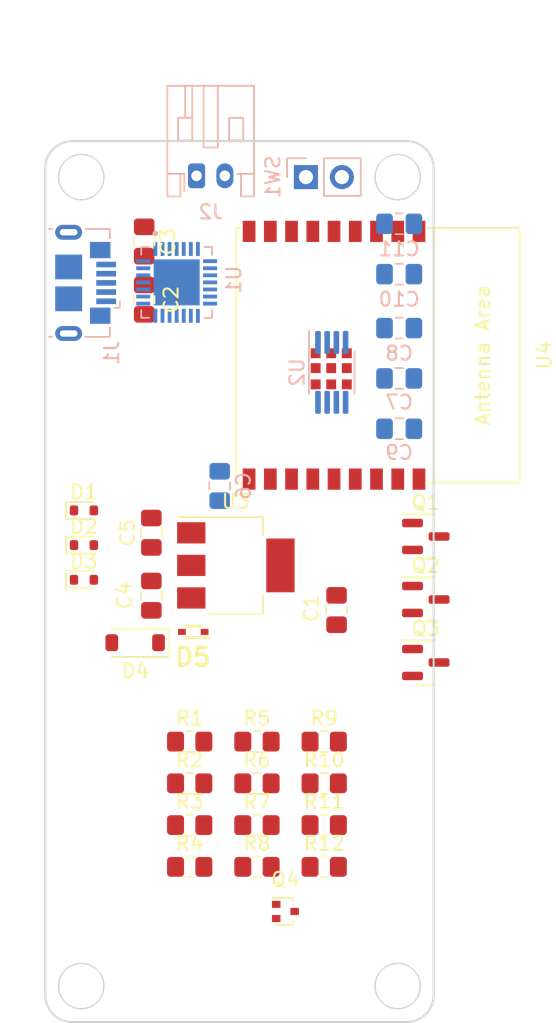
<source format=kicad_pcb>
(kicad_pcb (version 20221018) (generator pcbnew)
  (layers (0 "F.Cu" signal) (31 "B.Cu" signal) (34 "B.Paste" user) (35 "F.Paste" user) (36 "B.SilkS" user "B.Silkscreen") (37 "F.SilkS" user "F.Silkscreen") (38 "B.Mask" user) (39 "F.Mask" user) (44 "Edge.Cuts" user))
  (net 0 "")
  (net 1 "Net-(D1-A)")
  (net 2 "GND")
  (net 3 "Net-(U1-GPIO.1{slash}RXT)")
  (net 4 "Net-(U1-GPIO.0{slash}TXT)")
  (net 5 "VReg_In")
  (net 6 "Net-(U1-VDD)")
  (net 7 "+3V3")
  (net 8 "Net-(Q3-C)")
  (net 9 "Net-(D2-A)")
  (net 10 "Net-(D3-A)")
  (net 11 "+5V")
  (net 14 "VBatt")
  (net 15 "TempIC_Power")
  (net 16 "Net-(Q1-S)")
  (net 17 "Net-(Q2-B)")
  (net 18 "Net-(Q2-E)")
  (net 19 "Net-(Q2-C)")
  (net 20 "Net-(Q3-B)")
  (net 21 "Net-(Q3-E)")
  (net 22 "Net-(U1-~{RST})")
  (net 23 "Net-(U4-GPIO18{slash}USB_D-)")
  (net 24 "Net-(U4-GPIO19{slash}USB_D+)")
  (net 25 "Net-(U1-~{SUSPEND})")
  (net 26 "Net-(U4-GPIO8)")
  (net 45 "SDA")
  (net 46 "SCL")
  (footprint "Package_TO_SOT_SMD:SOT-23" (layer "F.Cu") (at 193.1185 93.98)
    (fp_text reference "Q3" (at 0 -2.4) (layer "F.SilkS"))
    (fp_text value "BC818")
    (fp_line (start 0 -1.56) (end -1.675 -1.56) (stroke (width 0.12)) (layer "F.SilkS"))
    (fp_line (start 0 -1.56) (end 0.65 -1.56) (stroke (width 0.12)) (layer "F.SilkS"))
    (fp_line (start 0 1.56) (end -0.65 1.56) (stroke (width 0.12)) (layer "F.SilkS"))
    (fp_line (start 0 1.56) (end 0.65 1.56) (stroke (width 0.12)) (layer "F.SilkS"))
    (pad "1" smd roundrect (at -0.9375 -0.95) (size 1.475 0.6) (layers "F.Cu" "F.Paste" "F.Mask") (net 20 "Net-(Q3-B)"))
    (pad "2" smd roundrect (at -0.9375 0.95) (size 1.475 0.6) (layers "F.Cu" "F.Paste" "F.Mask") (net 21 "Net-(Q3-E)"))
    (pad "3" smd roundrect (at 0.9375 0) (size 1.475 0.6) (layers "F.Cu" "F.Paste" "F.Mask") (net 8 "Net-(Q3-C)"))
  )
  (footprint "Resistor_SMD:R_0805_2012Metric_Pad1.20x1.40mm_HandSolder" (layer "F.Cu") (at 181.194 99.568)
    (fp_text reference "R5" (at 0 -1.65) (layer "F.SilkS"))
    (fp_text value "0")
    (fp_line (start -0.227064 -0.735) (end 0.227064 -0.735) (stroke (width 0.12)) (layer "F.SilkS"))
    (fp_line (start -0.227064 0.735) (end 0.227064 0.735) (stroke (width 0.12)) (layer "F.SilkS"))
    (pad "1" smd roundrect (at -1 0) (size 1.2 1.4) (layers "F.Cu" "F.Paste" "F.Mask") (roundrect_rratio 0.208333) (net 9 "Net-(D2-A)"))
    (pad "2" smd roundrect (at 1 0) (size 1.2 1.4) (layers "F.Cu" "F.Paste" "F.Mask") (roundrect_rratio 0.208333) (net 4 "Net-(U1-GPIO.0{slash}TXT)"))
  )
  (footprint "Resistor_SMD:R_0805_2012Metric_Pad1.20x1.40mm_HandSolder" (layer "F.Cu") (at 181.194 108.418)
    (fp_text reference "R8" (at 0 -1.65) (layer "F.SilkS"))
    (fp_text value "10k")
    (fp_line (start -0.227064 -0.735) (end 0.227064 -0.735) (stroke (width 0.12)) (layer "F.SilkS"))
    (fp_line (start -0.227064 0.735) (end 0.227064 0.735) (stroke (width 0.12)) (layer "F.SilkS"))
    (pad "1" smd roundrect (at -1 0) (size 1.2 1.4) (layers "F.Cu" "F.Paste" "F.Mask") (roundrect_rratio 0.208333) (net 17 "Net-(Q2-B)"))
    (pad "2" smd roundrect (at 1 0) (size 1.2 1.4) (layers "F.Cu" "F.Paste" "F.Mask") (roundrect_rratio 0.208333) (net 21 "Net-(Q3-E)"))
  )
  (footprint "Resistor_SMD:R_0805_2012Metric_Pad1.20x1.40mm_HandSolder" (layer "F.Cu") (at 185.944 102.518)
    (fp_text reference "R10" (at 0 -1.65) (layer "F.SilkS"))
    (fp_text value "5.1k")
    (fp_line (start -0.227064 -0.735) (end 0.227064 -0.735) (stroke (width 0.12)) (layer "F.SilkS"))
    (fp_line (start -0.227064 0.735) (end 0.227064 0.735) (stroke (width 0.12)) (layer "F.SilkS"))
    (pad "1" smd roundrect (at -1 0) (size 1.2 1.4) (layers "F.Cu" "F.Paste" "F.Mask") (roundrect_rratio 0.208333) (net 2 "GND"))
    (pad "2" smd roundrect (at 1 0) (size 1.2 1.4) (layers "F.Cu" "F.Paste" "F.Mask") (roundrect_rratio 0.208333) (net 11 "+5V"))
  )
  (footprint "Resistor_SMD:R_0805_2012Metric_Pad1.20x1.40mm_HandSolder" (layer "F.Cu") (at 181.194 105.468)
    (fp_text reference "R7" (at 0 -1.65) (layer "F.SilkS"))
    (fp_text value "10k")
    (fp_line (start -0.227064 -0.735) (end 0.227064 -0.735) (stroke (width 0.12)) (layer "F.SilkS"))
    (fp_line (start -0.227064 0.735) (end 0.227064 0.735) (stroke (width 0.12)) (layer "F.SilkS"))
    (pad "1" smd roundrect (at -1 0) (size 1.2 1.4) (layers "F.Cu" "F.Paste" "F.Mask") (roundrect_rratio 0.208333) (net 25 "Net-(U1-~{SUSPEND})"))
    (pad "2" smd roundrect (at 1 0) (size 1.2 1.4) (layers "F.Cu" "F.Paste" "F.Mask") (roundrect_rratio 0.208333) (net 2 "GND"))
  )
  (footprint "Resistor_SMD:R_0805_2012Metric_Pad1.20x1.40mm_HandSolder" (layer "F.Cu") (at 176.444 99.568)
    (fp_text reference "R1" (at 0 -1.65) (layer "F.SilkS"))
    (fp_text value "47.5k")
    (fp_line (start -0.227064 -0.735) (end 0.227064 -0.735) (stroke (width 0.12)) (layer "F.SilkS"))
    (fp_line (start -0.227064 0.735) (end 0.227064 0.735) (stroke (width 0.12)) (layer "F.SilkS"))
    (pad "1" smd roundrect (at -1 0) (size 1.2 1.4) (layers "F.Cu" "F.Paste" "F.Mask") (roundrect_rratio 0.208333) (net 1 "Net-(D1-A)"))
    (pad "2" smd roundrect (at 1 0) (size 1.2 1.4) (layers "F.Cu" "F.Paste" "F.Mask") (roundrect_rratio 0.208333) (net 2 "GND"))
  )
  (footprint "Resistor_SMD:R_0805_2012Metric_Pad1.20x1.40mm_HandSolder" (layer "F.Cu") (at 185.944 108.418)
    (fp_text reference "R12" (at 0 -1.65) (layer "F.SilkS"))
    (fp_text value "10k")
    (fp_line (start -0.227064 -0.735) (end 0.227064 -0.735) (stroke (width 0.12)) (layer "F.SilkS"))
    (fp_line (start -0.227064 0.735) (end 0.227064 0.735) (stroke (width 0.12)) (layer "F.SilkS"))
    (pad "1" smd roundrect (at -1 0) (size 1.2 1.4) (layers "F.Cu" "F.Paste" "F.Mask") (roundrect_rratio 0.208333) (net 26 "Net-(U4-GPIO8)"))
    (pad "2" smd roundrect (at 1 0) (size 1.2 1.4) (layers "F.Cu" "F.Paste" "F.Mask") (roundrect_rratio 0.208333) (net 7 "+3V3"))
  )
  (footprint "Package_TO_SOT_SMD:SOT-416" (layer "F.Cu") (at 183.204 111.568)
    (fp_text reference "Q4" (at 0 -2.25) (layer "F.SilkS"))
    (fp_text value "NTA4151PT1G")
    (fp_line (start 0.51 -0.96) (end -0.9 -0.96) (stroke (width 0.12)) (layer "F.SilkS"))
    (fp_line (start 0.51 -0.96) (end 0.51 -0.65) (stroke (width 0.12)) (layer "F.SilkS"))
    (fp_line (start 0.51 0.96) (end -0.65 0.96) (stroke (width 0.12)) (layer "F.SilkS"))
    (fp_line (start 0.51 0.96) (end 0.51 0.65) (stroke (width 0.12)) (layer "F.SilkS"))
    (pad "1" smd rect (at -0.65 -0.5) (size 0.6 0.5) (layers "F.Cu" "F.Paste" "F.Mask") (net 11 "+5V"))
    (pad "2" smd rect (at -0.65 0.5) (size 0.6 0.5) (layers "F.Cu" "F.Paste" "F.Mask") (net 5 "VReg_In"))
    (pad "3" smd rect (at 0.65 0) (size 0.6 0.5) (layers "F.Cu" "F.Paste" "F.Mask") (net 14 "VBatt"))
  )
  (footprint "Resistor_SMD:R_0805_2012Metric_Pad1.20x1.40mm_HandSolder" (layer "F.Cu") (at 176.444 108.418)
    (fp_text reference "R4" (at 0 -1.65) (layer "F.SilkS"))
    (fp_text value "0")
    (fp_line (start -0.227064 -0.735) (end 0.227064 -0.735) (stroke (width 0.12)) (layer "F.SilkS"))
    (fp_line (start -0.227064 0.735) (end 0.227064 0.735) (stroke (width 0.12)) (layer "F.SilkS"))
    (pad "1" smd roundrect (at -1 0) (size 1.2 1.4) (layers "F.Cu" "F.Paste" "F.Mask") (roundrect_rratio 0.208333) (net 10 "Net-(D3-A)"))
    (pad "2" smd roundrect (at 1 0) (size 1.2 1.4) (layers "F.Cu" "F.Paste" "F.Mask") (roundrect_rratio 0.208333) (net 3 "Net-(U1-GPIO.1{slash}RXT)"))
  )
  (footprint "Capacitor_SMD:C_0805_2012Metric_Pad1.18x1.45mm_HandSolder" (layer "F.Cu") (at 186.817 90.2755 90)
    (fp_text reference "C1" (at 0.1055 -1.778 90) (layer "F.SilkS"))
    (fp_text value "1 uF")
    (fp_line (start -0.261252 -0.735) (end 0.261252 -0.735) (stroke (width 0.12)) (layer "F.SilkS"))
    (fp_line (start -0.261252 0.735) (end 0.261252 0.735) (stroke (width 0.12)) (layer "F.SilkS"))
    (pad "1" smd roundrect (at -1.0375 0 90) (size 1.175 1.45) (layers "F.Cu" "F.Paste" "F.Mask") (roundrect_rratio 0.212766) (net 1 "Net-(D1-A)"))
    (pad "2" smd roundrect (at 1.0375 0 90) (size 1.175 1.45) (layers "F.Cu" "F.Paste" "F.Mask") (roundrect_rratio 0.212766) (net 2 "GND"))
  )
  (footprint "Capacitor_SMD:C_0805_2012Metric_Pad1.18x1.45mm_HandSolder" (layer "F.Cu") (at 173.228 68.3475 90)
    (fp_text reference "C2" (at 0 1.905 90) (layer "F.SilkS"))
    (fp_text value "22 pF")
    (fp_line (start -0.261252 -0.735) (end 0.261252 -0.735) (stroke (width 0.12)) (layer "F.SilkS"))
    (fp_line (start -0.261252 0.735) (end 0.261252 0.735) (stroke (width 0.12)) (layer "F.SilkS"))
    (pad "1" smd roundrect (at -1.0375 0 90) (size 1.175 1.45) (layers "F.Cu" "F.Paste" "F.Mask") (roundrect_rratio 0.212766) (net 3 "Net-(U1-GPIO.1{slash}RXT)"))
    (pad "2" smd roundrect (at 1.0375 0 90) (size 1.175 1.45) (layers "F.Cu" "F.Paste" "F.Mask") (roundrect_rratio 0.212766) (net 2 "GND"))
  )
  (footprint "Resistor_SMD:R_0805_2012Metric_Pad1.20x1.40mm_HandSolder" (layer "F.Cu") (at 176.444 102.518)
    (fp_text reference "R2" (at 0 -1.65) (layer "F.SilkS"))
    (fp_text value "1k")
    (fp_line (start -0.227064 -0.735) (end 0.227064 -0.735) (stroke (width 0.12)) (layer "F.SilkS"))
    (fp_line (start -0.227064 0.735) (end 0.227064 0.735) (stroke (width 0.12)) (layer "F.SilkS"))
    (pad "1" smd roundrect (at -1 0) (size 1.2 1.4) (layers "F.Cu" "F.Paste" "F.Mask") (roundrect_rratio 0.208333) (net 6 "Net-(U1-VDD)"))
    (pad "2" smd roundrect (at 1 0) (size 1.2 1.4) (layers "F.Cu" "F.Paste" "F.Mask") (roundrect_rratio 0.208333) (net 22 "Net-(U1-~{RST})"))
  )
  (footprint "Resistor_SMD:R_0805_2012Metric_Pad1.20x1.40mm_HandSolder" (layer "F.Cu") (at 185.944 105.468)
    (fp_text reference "R11" (at 0 -1.65) (layer "F.SilkS"))
    (fp_text value "10k")
    (fp_line (start -0.227064 -0.735) (end 0.227064 -0.735) (stroke (width 0.12)) (layer "F.SilkS"))
    (fp_line (start -0.227064 0.735) (end 0.227064 0.735) (stroke (width 0.12)) (layer "F.SilkS"))
    (pad "1" smd roundrect (at -1 0) (size 1.2 1.4) (layers "F.Cu" "F.Paste" "F.Mask") (roundrect_rratio 0.208333) (net 7 "+3V3"))
    (pad "2" smd roundrect (at 1 0) (size 1.2 1.4) (layers "F.Cu" "F.Paste" "F.Mask") (roundrect_rratio 0.208333) (net 8 "Net-(Q3-C)"))
  )
  (footprint "Resistor_SMD:R_0805_2012Metric_Pad1.20x1.40mm_HandSolder" (layer "F.Cu") (at 185.944 99.568)
    (fp_text reference "R9" (at 0 -1.65) (layer "F.SilkS"))
    (fp_text value "10k")
    (fp_line (start -0.227064 -0.735) (end 0.227064 -0.735) (stroke (width 0.12)) (layer "F.SilkS"))
    (fp_line (start -0.227064 0.735) (end 0.227064 0.735) (stroke (width 0.12)) (layer "F.SilkS"))
    (pad "1" smd roundrect (at -1 0) (size 1.2 1.4) (layers "F.Cu" "F.Paste" "F.Mask") (roundrect_rratio 0.208333) (net 18 "Net-(Q2-E)"))
    (pad "2" smd roundrect (at 1 0) (size 1.2 1.4) (layers "F.Cu" "F.Paste" "F.Mask") (roundrect_rratio 0.208333) (net 20 "Net-(Q3-B)"))
  )
  (footprint "Package_TO_SOT_SMD:SOT-23" (layer "F.Cu") (at 193.1185 85.08)
    (fp_text reference "Q1" (at 0 -2.4) (layer "F.SilkS"))
    (fp_text value "BS170F")
    (fp_line (start 0 -1.56) (end -1.675 -1.56) (stroke (width 0.12)) (layer "F.SilkS"))
    (fp_line (start 0 -1.56) (end 0.65 -1.56) (stroke (width 0.12)) (layer "F.SilkS"))
    (fp_line (start 0 1.56) (end -0.65 1.56) (stroke (width 0.12)) (layer "F.SilkS"))
    (fp_line (start 0 1.56) (end 0.65 1.56) (stroke (width 0.12)) (layer "F.SilkS"))
    (pad "1" smd roundrect (at -0.9375 -0.95) (size 1.475 0.6) (layers "F.Cu" "F.Paste" "F.Mask") (net 15 "TempIC_Power"))
    (pad "2" smd roundrect (at -0.9375 0.95) (size 1.475 0.6) (layers "F.Cu" "F.Paste" "F.Mask") (net 16 "Net-(Q1-S)"))
    (pad "3" smd roundrect (at 0.9375 0) (size 1.475 0.6) (layers "F.Cu" "F.Paste" "F.Mask") (net 7 "+3V3"))
  )
  (footprint "Diode_SMD:D_SOD-523" (layer "F.Cu") (at 168.972 85.688)
    (fp_text reference "D2" (at 0 -1.3) (layer "F.SilkS"))
    (fp_text value "1N914WT")
    (fp_line (start -1.26 -0.6) (end -1.26 0.6) (stroke (width 0.12)) (layer "F.SilkS"))
    (fp_line (start 0.7 -0.6) (end -1.26 -0.6) (stroke (width 0.12)) (layer "F.SilkS"))
    (fp_line (start 0.7 0.6) (end -1.26 0.6) (stroke (width 0.12)) (layer "F.SilkS"))
    (pad "1" smd roundrect (at -0.7 0 180) (size 0.6 0.7) (layers "F.Cu" "F.Paste" "F.Mask") (net 2 "GND"))
    (pad "2" smd roundrect (at 0.7 0 180) (size 0.6 0.7) (layers "F.Cu" "F.Paste" "F.Mask") (net 9 "Net-(D2-A)"))
  )
  (footprint "Resistor_SMD:R_0805_2012Metric_Pad1.20x1.40mm_HandSolder" (layer "F.Cu") (at 181.194 102.518)
    (fp_text reference "R6" (at 0 -1.65) (layer "F.SilkS"))
    (fp_text value "0")
    (fp_line (start -0.227064 -0.735) (end 0.227064 -0.735) (stroke (width 0.12)) (layer "F.SilkS"))
    (fp_line (start -0.227064 0.735) (end 0.227064 0.735) (stroke (width 0.12)) (layer "F.SilkS"))
    (pad "1" smd roundrect (at -1 0) (size 1.2 1.4) (layers "F.Cu" "F.Paste" "F.Mask") (roundrect_rratio 0.208333) (net 9 "Net-(D2-A)"))
    (pad "2" smd roundrect (at 1 0) (size 1.2 1.4) (layers "F.Cu" "F.Paste" "F.Mask") (roundrect_rratio 0.208333) (net 24 "Net-(U4-GPIO19{slash}USB_D+)"))
  )
  (footprint "Capacitor_SMD:C_0805_2012Metric_Pad1.18x1.45mm_HandSolder" (layer "F.Cu") (at 173.736 89.2595 -90)
    (fp_text reference "C4" (at 0 1.905 90) (layer "F.SilkS"))
    (fp_text value "10 uF")
    (fp_line (start -0.261252 -0.735) (end 0.261252 -0.735) (stroke (width 0.12)) (layer "F.SilkS"))
    (fp_line (start -0.261252 0.735) (end 0.261252 0.735) (stroke (width 0.12)) (layer "F.SilkS"))
    (pad "1" smd roundrect (at -1.0375 0 270) (size 1.175 1.45) (layers "F.Cu" "F.Paste" "F.Mask") (roundrect_rratio 0.212766) (net 5 "VReg_In"))
    (pad "2" smd roundrect (at 1.0375 0 270) (size 1.175 1.45) (layers "F.Cu" "F.Paste" "F.Mask") (roundrect_rratio 0.212766) (net 2 "GND"))
  )
  (footprint "Capacitor_SMD:C_0805_2012Metric_Pad1.18x1.45mm_HandSolder" (layer "F.Cu") (at 173.736 84.8145 90)
    (fp_text reference "C5" (at 0 -1.68 90) (layer "F.SilkS"))
    (fp_text value "0.1 uF")
    (fp_line (start -0.261252 -0.735) (end 0.261252 -0.735) (stroke (width 0.12)) (layer "F.SilkS"))
    (fp_line (start -0.261252 0.735) (end 0.261252 0.735) (stroke (width 0.12)) (layer "F.SilkS"))
    (pad "1" smd roundrect (at -1.0375 0 90) (size 1.175 1.45) (layers "F.Cu" "F.Paste" "F.Mask") (roundrect_rratio 0.212766) (net 5 "VReg_In"))
    (pad "2" smd roundrect (at 1.0375 0 90) (size 1.175 1.45) (layers "F.Cu" "F.Paste" "F.Mask") (roundrect_rratio 0.212766) (net 2 "GND"))
  )
  (footprint "Diode_SMD:D_SOD-523" (layer "F.Cu") (at 168.972 83.238)
    (fp_text reference "D1" (at 0 -1.3) (layer "F.SilkS"))
    (fp_text value "1N914WT")
    (fp_line (start -1.26 -0.6) (end -1.26 0.6) (stroke (width 0.12)) (layer "F.SilkS"))
    (fp_line (start 0.7 -0.6) (end -1.26 -0.6) (stroke (width 0.12)) (layer "F.SilkS"))
    (fp_line (start 0.7 0.6) (end -1.26 0.6) (stroke (width 0.12)) (layer "F.SilkS"))
    (pad "1" smd roundrect (at -0.7 0 180) (size 0.6 0.7) (layers "F.Cu" "F.Paste" "F.Mask") (net 2 "GND"))
    (pad "2" smd roundrect (at 0.7 0 180) (size 0.6 0.7) (layers "F.Cu" "F.Paste" "F.Mask") (net 1 "Net-(D1-A)"))
  )
  (footprint "espressif kicad-libraries main footprints-Espressif:ESP32-C3-WROOM-02" (layer "F.Cu") (at 186.738 72.276 -90)
    (fp_text reference "U4" (at 0 -14.75 90) (layer "F.SilkS"))
    (fp_text value "ESP32-C3-WROOM-02")
    (fp_text user "Antenna Area" (at 0 -10.4 90) (layer "F.SilkS"))
    (fp_line (start -9 -13) (end -9 -6.5) (stroke (width 0.12)) (layer "F.SilkS"))
    (fp_line (start -9 -13) (end 9 -13) (stroke (width 0.12)) (layer "F.SilkS"))
    (fp_line (start -9 7) (end -9 6.75) (stroke (width 0.12)) (layer "F.SilkS"))
    (fp_line (start 9 -13) (end 9 -6.5) (stroke (width 0.12)) (layer "F.SilkS"))
    (fp_line (start 9 -7) (end -8.95 -7) (stroke (width 0.12)) (layer "F.SilkS"))
    (fp_line (start 9 6.75) (end 9 7) (stroke (width 0.12)) (layer "F.SilkS"))
    (fp_line (start 9 7) (end -9 7) (stroke (width 0.12)) (layer "F.SilkS"))
    (pad "1" smd rect (at -8.75 -5.9 270) (size 1.5 0.9) (layers "F.Cu" "F.Paste" "F.Mask") (net 7 "+3V3"))
    (pad "2" smd rect (at -8.75 -4.4 270) (size 1.5 0.9) (layers "F.Cu" "F.Paste" "F.Mask") (net 8 "Net-(Q3-C)"))
    (pad "3" smd rect (at -8.75 -2.9 270) (size 1.5 0.9) (layers "F.Cu" "F.Paste" "F.Mask") (net 15 "TempIC_Power"))
    (pad "4" smd rect (at -8.75 -1.4 270) (size 1.5 0.9) (layers "F.Cu" "F.Paste" "F.Mask"))
    (pad "5" smd rect (at -8.75 0.1 270) (size 1.5 0.9) (layers "F.Cu" "F.Paste" "F.Mask"))
    (pad "6" smd rect (at -8.75 1.6 270) (size 1.5 0.9) (layers "F.Cu" "F.Paste" "F.Mask"))
    (pad "7" smd rect (at -8.75 3.1 270) (size 1.5 0.9) (layers "F.Cu" "F.Paste" "F.Mask") (net 26 "Net-(U4-GPIO8)"))
    (pad "8" smd rect (at -8.75 4.6 270) (size 1.5 0.9) (layers "F.Cu" "F.Paste" "F.Mask") (net 19 "Net-(Q2-C)"))
    (pad "9" smd rect (at -8.75 6.1 270) (size 1.5 0.9) (layers "F.Cu" "F.Paste" "F.Mask") (net 2 "GND"))
    (pad "10" smd rect (at 8.75 6.1 90) (size 1.5 0.9) (layers "F.Cu" "F.Paste" "F.Mask"))
    (pad "11" smd rect (at 8.75 4.6 90) (size 1.5 0.9) (layers "F.Cu" "F.Paste" "F.Mask"))
    (pad "12" smd rect (at 8.75 3.1 90) (size 1.5 0.9) (layers "F.Cu" "F.Paste" "F.Mask"))
    (pad "13" smd rect (at 8.75 1.6 90) (size 1.5 0.9) (layers "F.Cu" "F.Paste" "F.Mask") (net 23 "Net-(U4-GPIO18{slash}USB_D-)"))
    (pad "14" smd rect (at 8.75 0.1 90) (size 1.5 0.9) (layers "F.Cu" "F.Paste" "F.Mask") (net 24 "Net-(U4-GPIO19{slash}USB_D+)"))
    (pad "15" smd rect (at 8.75 -1.4 90) (size 1.5 0.9) (layers "F.Cu" "F.Paste" "F.Mask") (net 46 "SCL"))
    (pad "16" smd rect (at 8.75 -2.9 90) (size 1.5 0.9) (layers "F.Cu" "F.Paste" "F.Mask") (net 45 "SDA"))
    (pad "17" smd rect (at 8.75 -4.4 90) (size 1.5 0.9) (layers "F.Cu" "F.Paste" "F.Mask"))
    (pad "18" smd rect (at 8.75 -5.9 90) (size 1.5 0.9) (layers "F.Cu" "F.Paste" "F.Mask"))
    (pad "19" smd rect (at -0.14 -0.8 90) (size 0.7 0.7) (layers "F.Cu" "F.Paste" "F.Mask") (net 2 "GND"))
    (pad "19" smd rect (at -0.14 0.3 90) (size 0.7 0.7) (layers "F.Cu" "F.Paste" "F.Mask") (net 2 "GND"))
    (pad "19" smd rect (at -0.14 1.4 90) (size 0.7 0.7) (layers "F.Cu" "F.Paste" "F.Mask") (net 2 "GND"))
    (pad "19" smd rect (at 0.91 -0.8 90) (size 0.7 0.7) (layers "F.Cu" "F.Paste" "F.Mask") (net 2 "GND"))
    (pad "19" smd rect (at 0.91 0.3 90) (size 0.7 0.7) (layers "F.Cu" "F.Paste" "F.Mask") (net 2 "GND"))
    (pad "19" smd rect (at 0.91 1.4 90) (size 0.7 0.7) (layers "F.Cu" "F.Paste" "F.Mask") (net 2 "GND"))
    (pad "19" smd rect (at 2.06 -0.8 90) (size 0.7 0.7) (layers "F.Cu" "F.Paste" "F.Mask") (net 2 "GND"))
    (pad "19" smd rect (at 2.06 0.3 90) (size 0.7 0.7) (layers "F.Cu" "F.Paste" "F.Mask") (net 2 "GND"))
    (pad "19" smd rect (at 2.06 1.4 90) (size 0.7 0.7) (layers "F.Cu" "F.Paste" "F.Mask") (net 2 "GND"))
  )
  (footprint "Diode_SMD:D_SOD-123" (layer "F.Cu") (at 172.592 92.583 180)
    (fp_text reference "D4" (at 0 -2) (layer "F.SilkS"))
    (fp_text value "MBR0540")
    (fp_line (start -2.36 -1) (end -2.36 1) (stroke (width 0.12)) (layer "F.SilkS"))
    (fp_line (start -2.36 -1) (end 1.65 -1) (stroke (width 0.12)) (layer "F.SilkS"))
    (fp_line (start -2.36 1) (end 1.65 1) (stroke (width 0.12)) (layer "F.SilkS"))
    (pad "1" smd roundrect (at -1.65 0 180) (size 0.9 1.2) (layers "F.Cu" "F.Paste" "F.Mask") (net 11 "+5V"))
    (pad "2" smd roundrect (at 1.65 0 180) (size 0.9 1.2) (layers "F.Cu" "F.Paste" "F.Mask") (net 1 "Net-(D1-A)"))
  )
  (footprint "KiCad:SODFL1608X59N" (layer "F.Cu") (at 176.695 91.821 180)
    (fp_text reference "D5" (at 0.038 -1.778) (layer "F.SilkS") (effects (font (size 1.27 1.27) (thickness 0.254))))
    (fp_text value "BAS_52-02V_H6327" hide)
    (fp_line (start -1.075 -0.4) (end 0.6 -0.4) (stroke (width 0.2)) (layer "F.SilkS"))
    (fp_line (start -0.6 0.4) (end 0.6 0.4) (stroke (width 0.2)) (layer "F.SilkS"))
    (pad "1" smd rect (at -0.8 0 270) (size 0.42 0.55) (layers "F.Cu" "F.Paste" "F.Mask") (net 5 "VReg_In"))
    (pad "2" smd rect (at 0.8 0 270) (size 0.42 0.55) (layers "F.Cu" "F.Paste" "F.Mask") (net 11 "+5V"))
  )
  (footprint "Diode_SMD:D_SOD-523" (layer "F.Cu") (at 168.972 88.138)
    (fp_text reference "D3" (at 0 -1.3) (layer "F.SilkS"))
    (fp_text value "1N914WT")
    (fp_line (start -1.26 -0.6) (end -1.26 0.6) (stroke (width 0.12)) (layer "F.SilkS"))
    (fp_line (start 0.7 -0.6) (end -1.26 -0.6) (stroke (width 0.12)) (layer "F.SilkS"))
    (fp_line (start 0.7 0.6) (end -1.26 0.6) (stroke (width 0.12)) (layer "F.SilkS"))
    (pad "1" smd roundrect (at -0.7 0 180) (size 0.6 0.7) (layers "F.Cu" "F.Paste" "F.Mask") (net 2 "GND"))
    (pad "2" smd roundrect (at 0.7 0 180) (size 0.6 0.7) (layers "F.Cu" "F.Paste" "F.Mask") (net 10 "Net-(D3-A)"))
  )
  (footprint "Package_TO_SOT_SMD:SOT-223-3_TabPin2" (layer "F.Cu") (at 179.705 87.122)
    (fp_text reference "U3" (at 0 -4.5) (layer "F.SilkS"))
    (fp_text value "LD1117S33TR_SOT223")
    (fp_line (start -4.1 -3.41) (end 1.91 -3.41) (stroke (width 0.12)) (layer "F.SilkS"))
    (fp_line (start -1.85 3.41) (end 1.91 3.41) (stroke (width 0.12)) (layer "F.SilkS"))
    (fp_line (start 1.91 -3.41) (end 1.91 -2.15) (stroke (width 0.12)) (layer "F.SilkS"))
    (fp_line (start 1.91 3.41) (end 1.91 2.15) (stroke (width 0.12)) (layer "F.SilkS"))
    (pad "1" smd rect (at -3.15 -2.3) (size 2 1.5) (layers "F.Cu" "F.Paste" "F.Mask") (net 2 "GND"))
    (pad "2" smd rect (at -3.15 0) (size 2 1.5) (layers "F.Cu" "F.Paste" "F.Mask") (net 7 "+3V3"))
    (pad "2" smd rect (at 3.15 0) (size 2 3.8) (layers "F.Cu" "F.Paste" "F.Mask") (net 7 "+3V3"))
    (pad "3" smd rect (at -3.15 2.3) (size 2 1.5) (layers "F.Cu" "F.Paste" "F.Mask") (net 5 "VReg_In"))
  )
  (footprint "Package_TO_SOT_SMD:SOT-23" (layer "F.Cu") (at 193.1185 89.53)
    (fp_text reference "Q2" (at 0 -2.4) (layer "F.SilkS"))
    (fp_text value "BC818")
    (fp_line (start 0 -1.56) (end -1.675 -1.56) (stroke (width 0.12)) (layer "F.SilkS"))
    (fp_line (start 0 -1.56) (end 0.65 -1.56) (stroke (width 0.12)) (layer "F.SilkS"))
    (fp_line (start 0 1.56) (end -0.65 1.56) (stroke (width 0.12)) (layer "F.SilkS"))
    (fp_line (start 0 1.56) (end 0.65 1.56) (stroke (width 0.12)) (layer "F.SilkS"))
    (pad "1" smd roundrect (at -0.9375 -0.95) (size 1.475 0.6) (layers "F.Cu" "F.Paste" "F.Mask") (net 17 "Net-(Q2-B)"))
    (pad "2" smd roundrect (at -0.9375 0.95) (size 1.475 0.6) (layers "F.Cu" "F.Paste" "F.Mask") (net 18 "Net-(Q2-E)"))
    (pad "3" smd roundrect (at 0.9375 0) (size 1.475 0.6) (layers "F.Cu" "F.Paste" "F.Mask") (net 19 "Net-(Q2-C)"))
  )
  (footprint "Capacitor_SMD:C_0805_2012Metric_Pad1.18x1.45mm_HandSolder" (layer "F.Cu") (at 173.228 64.2405 -90)
    (fp_text reference "C3" (at 0 -1.68 90) (layer "F.SilkS"))
    (fp_text value "22 pF")
    (fp_line (start -0.261252 -0.735) (end 0.261252 -0.735) (stroke (width 0.12)) (layer "F.SilkS"))
    (fp_line (start -0.261252 0.735) (end 0.261252 0.735) (stroke (width 0.12)) (layer "F.SilkS"))
    (pad "1" smd roundrect (at -1.0375 0 270) (size 1.175 1.45) (layers "F.Cu" "F.Paste" "F.Mask") (roundrect_rratio 0.212766) (net 4 "Net-(U1-GPIO.0{slash}TXT)"))
    (pad "2" smd roundrect (at 1.0375 0 270) (size 1.175 1.45) (layers "F.Cu" "F.Paste" "F.Mask") (roundrect_rratio 0.212766) (net 2 "GND"))
  )
  (footprint "Resistor_SMD:R_0805_2012Metric_Pad1.20x1.40mm_HandSolder" (layer "F.Cu") (at 176.444 105.468)
    (fp_text reference "R3" (at 0 -1.65) (layer "F.SilkS"))
    (fp_text value "0")
    (fp_line (start -0.227064 -0.735) (end 0.227064 -0.735) (stroke (width 0.12)) (layer "F.SilkS"))
    (fp_line (start -0.227064 0.735) (end 0.227064 0.735) (stroke (width 0.12)) (layer "F.SilkS"))
    (pad "1" smd roundrect (at -1 0) (size 1.2 1.4) (layers "F.Cu" "F.Paste" "F.Mask") (roundrect_rratio 0.208333) (net 10 "Net-(D3-A)"))
    (pad "2" smd roundrect (at 1 0) (size 1.2 1.4) (layers "F.Cu" "F.Paste" "F.Mask") (roundrect_rratio 0.208333) (net 23 "Net-(U4-GPIO18{slash}USB_D-)"))
  )
  (footprint "Capacitor_SMD:C_0805_2012Metric_Pad1.18x1.45mm_HandSolder" (layer "B.Cu") (at 191.2405 70.358 180)
    (fp_text reference "C8" (at 0 -1.778) (layer "B.SilkS") (effects (justify mirror)))
    (fp_text value "0.1 uF")
    (fp_line (start -0.261252 -0.735) (end 0.261252 -0.735) (stroke (width 0.12)) (layer "B.SilkS"))
    (fp_line (start -0.261252 0.735) (end 0.261252 0.735) (stroke (width 0.12)) (layer "B.SilkS"))
    (pad "1" smd roundrect (at -1.0375 0 180) (size 1.175 1.45) (layers "B.Cu" "B.Paste" "B.Mask") (roundrect_rratio 0.212766) (net 7 "+3V3"))
    (pad "2" smd roundrect (at 1.0375 0 180) (size 1.175 1.45) (layers "B.Cu" "B.Paste" "B.Mask") (roundrect_rratio 0.212766) (net 2 "GND"))
  )
  (footprint "Capacitor_SMD:C_0805_2012Metric_Pad1.18x1.45mm_HandSolder" (layer "B.Cu") (at 191.2405 77.47)
    (fp_text reference "C9" (at 0 1.68) (layer "B.SilkS") (effects (justify mirror)))
    (fp_text value "1 uF")
    (fp_line (start -0.261252 -0.735) (end 0.261252 -0.735) (stroke (width 0.12)) (layer "B.SilkS"))
    (fp_line (start -0.261252 0.735) (end 0.261252 0.735) (stroke (width 0.12)) (layer "B.SilkS"))
    (pad "1" smd roundrect (at -1.0375 0) (size 1.175 1.45) (layers "B.Cu" "B.Paste" "B.Mask") (roundrect_rratio 0.212766) (net 8 "Net-(Q3-C)"))
    (pad "2" smd roundrect (at 1.0375 0) (size 1.175 1.45) (layers "B.Cu" "B.Paste" "B.Mask") (roundrect_rratio 0.212766) (net 2 "GND"))
  )
  (footprint "Capacitor_SMD:C_0805_2012Metric_Pad1.18x1.45mm_HandSolder" (layer "B.Cu") (at 191.2405 66.548 180)
    (fp_text reference "C10" (at 0 -1.778 -360) (layer "B.SilkS") (effects (justify mirror)))
    (fp_text value "10 uF")
    (fp_line (start -0.261252 -0.735) (end 0.261252 -0.735) (stroke (width 0.12)) (layer "B.SilkS"))
    (fp_line (start -0.261252 0.735) (end 0.261252 0.735) (stroke (width 0.12)) (layer "B.SilkS"))
    (pad "1" smd roundrect (at -1.0375 0 180) (size 1.175 1.45) (layers "B.Cu" "B.Paste" "B.Mask") (roundrect_rratio 0.212766) (net 2 "GND"))
    (pad "2" smd roundrect (at 1.0375 0 180) (size 1.175 1.45) (layers "B.Cu" "B.Paste" "B.Mask") (roundrect_rratio 0.212766) (net 7 "+3V3"))
  )
  (footprint "Connector_JST:JST_PH_S2B-PH-K_1x02_P2.00mm_Horizontal" (layer "B.Cu") (at 176.927 59.6)
    (fp_text reference "J2" (at 1 2.55) (layer "B.SilkS") (effects (justify mirror)))
    (fp_text value "Battery_Connector")
    (fp_line (start -2.06 -6.36) (end 4.06 -6.36) (stroke (width 0.12)) (layer "B.SilkS"))
    (fp_line (start -2.06 -0.14) (end -1.14 -0.14) (stroke (width 0.12)) (layer "B.SilkS"))
    (fp_line (start -2.06 1.46) (end -2.06 -6.36) (stroke (width 0.12)) (layer "B.SilkS"))
    (fp_line (start -1.3 -4.1) (end -0.3 -4.1) (stroke (width 0.12)) (layer "B.SilkS"))
    (fp_line (start -1.3 -2.5) (end -1.3 -4.1) (stroke (width 0.12)) (layer "B.SilkS"))
    (fp_line (start -1.14 -0.14) (end -1.14 1.46) (stroke (width 0.12)) (layer "B.SilkS"))
    (fp_line (start -1.14 1.46) (end -2.06 1.46) (stroke (width 0.12)) (layer "B.SilkS"))
    (fp_line (start -0.86 -0.14) (end -1.14 -0.14) (stroke (width 0.12)) (layer "B.SilkS"))
    (fp_line (start -0.86 -0.14) (end -0.86 1.075) (stroke (width 0.12)) (layer "B.SilkS"))
    (fp_line (start -0.8 -4.1) (end -0.8 -6.36) (stroke (width 0.12)) (layer "B.SilkS"))
    (fp_line (start -0.3 -4.1) (end -0.3 -6.36) (stroke (width 0.12)) (layer "B.SilkS"))
    (fp_line (start -0.3 -4.1) (end -0.3 -2.5) (stroke (width 0.12)) (layer "B.SilkS"))
    (fp_line (start -0.3 -2.5) (end -1.3 -2.5) (stroke (width 0.12)) (layer "B.SilkS"))
    (fp_line (start 0.5 -6.36) (end 0.5 -2) (stroke (width 0.12)) (layer "B.SilkS"))
    (fp_line (start 0.5 -2) (end 1.5 -2) (stroke (width 0.12)) (layer "B.SilkS"))
    (fp_line (start 1.5 -2) (end 1.5 -6.36) (stroke (width 0.12)) (layer "B.SilkS"))
    (fp_line (start 2.3 -4.1) (end 2.3 -2.5) (stroke (width 0.12)) (layer "B.SilkS"))
    (fp_line (start 2.3 -2.5) (end 3.3 -2.5) (stroke (width 0.12)) (layer "B.SilkS"))
    (fp_line (start 3.14 -0.14) (end 2.86 -0.14) (stroke (width 0.12)) (layer "B.SilkS"))
    (fp_line (start 3.14 1.46) (end 3.14 -0.14) (stroke (width 0.12)) (layer "B.SilkS"))
    (fp_line (start 3.3 -4.1) (end 2.3 -4.1) (stroke (width 0.12)) (layer "B.SilkS"))
    (fp_line (start 3.3 -2.5) (end 3.3 -4.1) (stroke (width 0.12)) (layer "B.SilkS"))
    (fp_line (start 4.06 -6.36) (end 4.06 1.46) (stroke (width 0.12)) (layer "B.SilkS"))
    (fp_line (start 4.06 -0.14) (end 3.14 -0.14) (stroke (width 0.12)) (layer "B.SilkS"))
    (fp_line (start 4.06 1.46) (end 3.14 1.46) (stroke (width 0.12)) (layer "B.SilkS"))
    (pad "1" thru_hole roundrect (at 0 0) (size 1.2 1.75) (drill 0.75) (layers "*.Cu" "*.Mask") (roundrect_rratio 0.208333) (net 2 "GND"))
    (pad "2" thru_hole oval (at 2 0) (size 1.2 1.75) (drill 0.75) (layers "*.Cu" "*.Mask") (net 14 "VBatt"))
  )
  (footprint "CP2102N_A02_GQFN28:QFN50P500X500X80-29N" (layer "B.Cu") (at 175.522 67.13 -90)
    (fp_text reference "U1" (at -0.18 -4.04 90) (layer "B.SilkS") (effects (justify mirror)))
    (fp_text value "CP2102N-A02-GQFN28")
    (fp_line (start -2.5 -2.5) (end -2.5 -1.955) (stroke (width 0.127)) (layer "B.SilkS"))
    (fp_line (start -2.5 1.955) (end -2.5 2.5) (stroke (width 0.127)) (layer "B.SilkS"))
    (fp_line (start -2.5 2.5) (end -1.955 2.5) (stroke (width 0.127)) (layer "B.SilkS"))
    (fp_line (start -1.955 -2.5) (end -2.5 -2.5) (stroke (width 0.127)) (layer "B.SilkS"))
    (fp_line (start 1.955 2.5) (end 2.5 2.5) (stroke (width 0.127)) (layer "B.SilkS"))
    (fp_line (start 2.5 -2.5) (end 1.955 -2.5) (stroke (width 0.127)) (layer "B.SilkS"))
    (fp_line (start 2.5 -2.5) (end 2.5 -1.955) (stroke (width 0.127)) (layer "B.SilkS"))
    (fp_line (start 2.5 2.5) (end 2.5 1.955) (stroke (width 0.127)) (layer "B.SilkS"))
    (fp_circle (center -3.455 1.5) (end -3.355 1.5) (stroke (width 0.2)) (fill none) (layer "B.SilkS"))
    (pad "1" smd rect (at -2.36 1.5 270) (size 0.99 0.27) (layers "B.Cu" "B.Paste" "B.Mask"))
    (pad "2" smd rect (at -2.36 1 270) (size 0.99 0.27) (layers "B.Cu" "B.Paste" "B.Mask"))
    (pad "3" smd rect (at -2.36 0.5 270) (size 0.99 0.27) (layers "B.Cu" "B.Paste" "B.Mask") (net 2 "GND"))
    (pad "4" smd rect (at -2.36 0 270) (size 0.99 0.27) (layers "B.Cu" "B.Paste" "B.Mask"))
    (pad "5" smd rect (at -2.36 -0.5 270) (size 0.99 0.27) (layers "B.Cu" "B.Paste" "B.Mask"))
    (pad "6" smd rect (at -2.36 -1 270) (size 0.99 0.27) (layers "B.Cu" "B.Paste" "B.Mask") (net 6 "Net-(U1-VDD)"))
    (pad "7" smd rect (at -2.36 -1.5 270) (size 0.99 0.27) (layers "B.Cu" "B.Paste" "B.Mask") (net 6 "Net-(U1-VDD)"))
    (pad "8" smd rect (at -1.5 -2.36 270) (size 0.27 0.99) (layers "B.Cu" "B.Paste" "B.Mask") (net 1 "Net-(D1-A)"))
    (pad "9" smd rect (at -1 -2.36 270) (size 0.27 0.99) (layers "B.Cu" "B.Paste" "B.Mask") (net 22 "Net-(U1-~{RST})"))
    (pad "10" smd rect (at -0.5 -2.36 270) (size 0.27 0.99) (layers "B.Cu" "B.Paste" "B.Mask"))
    (pad "11" smd rect (at 0 -2.36 270) (size 0.27 0.99) (layers "B.Cu" "B.Paste" "B.Mask") (net 25 "Net-(U1-~{SUSPEND})"))
    (pad "12" smd rect (at 0.5 -2.36 270) (size 0.27 0.99) (layers "B.Cu" "B.Paste" "B.Mask"))
    (pad "13" smd rect (at 1 -2.36 270) (size 0.27 0.99) (layers "B.Cu" "B.Paste" "B.Mask"))
    (pad "14" smd rect (at 1.5 -2.36 270) (size 0.27 0.99) (layers "B.Cu" "B.Paste" "B.Mask"))
    (pad "15" smd rect (at 2.36 -1.5 270) (size 0.99 0.27) (layers "B.Cu" "B.Paste" "B.Mask"))
    (pad "16" smd rect (at 2.36 -1 270) (size 0.99 0.27) (layers "B.Cu" "B.Paste" "B.Mask"))
    (pad "17" smd rect (at 2.36 -0.5 270) (size 0.99 0.27) (layers "B.Cu" "B.Paste" "B.Mask"))
    (pad "18" smd rect (at 2.36 0 270) (size 0.99 0.27) (layers "B.Cu" "B.Paste" "B.Mask") (net 3 "Net-(U1-GPIO.1{slash}RXT)"))
    (pad "19" smd rect (at 2.36 0.5 270) (size 0.99 0.27) (layers "B.Cu" "B.Paste" "B.Mask") (net 4 "Net-(U1-GPIO.0{slash}TXT)"))
    (pad "20" smd rect (at 2.36 1 270) (size 0.99 0.27) (layers "B.Cu" "B.Paste" "B.Mask"))
    (pad "21" smd rect (at 2.36 1.5 270) (size 0.99 0.27) (layers "B.Cu" "B.Paste" "B.Mask"))
    (pad "22" smd rect (at 1.5 2.36 270) (size 0.27 0.99) (layers "B.Cu" "B.Paste" "B.Mask"))
    (pad "23" smd rect (at 1 2.36 270) (size 0.27 0.99) (layers "B.Cu" "B.Paste" "B.Mask"))
    (pad "24" smd rect (at 0.5 2.36 270) (size 0.27 0.99) (layers "B.Cu" "B.Paste" "B.Mask") (net 21 "Net-(Q3-E)"))
    (pad "25" smd rect (at 0 2.36 270) (size 0.27 0.99) (layers "B.Cu" "B.Paste" "B.Mask"))
    (pad "26" smd rect (at -0.5 2.36 270) (size 0.27 0.99) (layers "B.Cu" "B.Paste" "B.Mask"))
    (pad "27" smd rect (at -1 2.36 270) (size 0.27 0.99) (layers "B.Cu" "B.Paste" "B.Mask"))
    (pad "28" smd rect (at -1.5 2.36 270) (size 0.27 0.99) (layers "B.Cu" "B.Paste" "B.Mask") (net 18 "Net-(Q2-E)"))
    (pad "29" smd rect (at 0 0 270) (size 3.25 3.25) (layers "B.Cu" "B.Mask") (net 2 "GND"))
  )
  (footprint "Capacitor_SMD:C_0805_2012Metric_Pad1.18x1.45mm_HandSolder" (layer "B.Cu") (at 178.562 81.5125 90)
    (fp_text reference "C6" (at 0 1.68 90) (layer "B.SilkS") (effects (justify mirror)))
    (fp_text value "10 uF")
    (fp_line (start -0.261252 -0.735) (end 0.261252 -0.735) (stroke (width 0.12)) (layer "B.SilkS"))
    (fp_line (start -0.261252 0.735) (end 0.261252 0.735) (stroke (width 0.12)) (layer "B.SilkS"))
    (pad "1" smd roundrect (at -1.0375 0 90) (size 1.175 1.45) (layers "B.Cu" "B.Paste" "B.Mask") (roundrect_rratio 0.212766) (net 6 "Net-(U1-VDD)"))
    (pad "2" smd roundrect (at 1.0375 0 90) (size 1.175 1.45) (layers "B.Cu" "B.Paste" "B.Mask") (roundrect_rratio 0.212766) (net 2 "GND"))
  )
  (footprint "Capacitor_SMD:C_0805_2012Metric_Pad1.18x1.45mm_HandSolder" (layer "B.Cu") (at 191.2405 73.914)
    (fp_text reference "C7" (at 0 1.68) (layer "B.SilkS") (effects (justify mirror)))
    (fp_text value "10 uF")
    (fp_line (start -0.261252 -0.735) (end 0.261252 -0.735) (stroke (width 0.12)) (layer "B.SilkS"))
    (fp_line (start -0.261252 0.735) (end 0.261252 0.735) (stroke (width 0.12)) (layer "B.SilkS"))
    (pad "1" smd roundrect (at -1.0375 0) (size 1.175 1.45) (layers "B.Cu" "B.Paste" "B.Mask") (roundrect_rratio 0.212766) (net 7 "+3V3"))
    (pad "2" smd roundrect (at 1.0375 0) (size 1.175 1.45) (layers "B.Cu" "B.Paste" "B.Mask") (roundrect_rratio 0.212766) (net 2 "GND"))
  )
  (footprint "Connector_PinHeader_2.54mm:PinHeader_1x02_P2.54mm_Vertical" (layer "B.Cu") (at 184.653 59.69 -90)
    (fp_text reference "SW1" (at 0 2.33 90) (layer "B.SilkS") (effects (justify mirror)))
    (fp_text value "SW_DIP_x01")
    (fp_line (start -1.33 -3.87) (end 1.33 -3.87) (stroke (width 0.12)) (layer "B.SilkS"))
    (fp_line (start -1.33 -1.27) (end -1.33 -3.87) (stroke (width 0.12)) (layer "B.SilkS"))
    (fp_line (start -1.33 -1.27) (end 1.33 -1.27) (stroke (width 0.12)) (layer "B.SilkS"))
    (fp_line (start -1.33 0) (end -1.33 1.33) (stroke (width 0.12)) (layer "B.SilkS"))
    (fp_line (start -1.33 1.33) (end 0 1.33) (stroke (width 0.12)) (layer "B.SilkS"))
    (fp_line (start 1.33 -1.27) (end 1.33 -3.87) (stroke (width 0.12)) (layer "B.SilkS"))
    (pad "1" thru_hole rect (at 0 0 270) (size 1.7 1.7) (drill 1) (layers "*.Cu" "*.Mask") (net 6 "Net-(U1-VDD)"))
    (pad "2" thru_hole oval (at 0 -2.54 270) (size 1.7 1.7) (drill 1) (layers "*.Cu" "*.Mask") (net 7 "+3V3"))
  )
  (footprint "Capacitor_SMD:C_0805_2012Metric_Pad1.18x1.45mm_HandSolder" (layer "B.Cu") (at 191.2405 62.992 180)
    (fp_text reference "C11" (at 0 -1.778) (layer "B.SilkS") (effects (justify mirror)))
    (fp_text value "0.1 uF")
    (fp_line (start -0.261252 -0.735) (end 0.261252 -0.735) (stroke (width 0.12)) (layer "B.SilkS"))
    (fp_line (start -0.261252 0.735) (end 0.261252 0.735) (stroke (width 0.12)) (layer "B.SilkS"))
    (pad "1" smd roundrect (at -1.0375 0 180) (size 1.175 1.45) (layers "B.Cu" "B.Paste" "B.Mask") (roundrect_rratio 0.212766) (net 2 "GND"))
    (pad "2" smd roundrect (at 1.0375 0 180) (size 1.175 1.45) (layers "B.Cu" "B.Paste" "B.Mask") (roundrect_rratio 0.212766) (net 7 "+3V3"))
  )
  (footprint "Package_SO:MSOP-8_3x3mm_P0.65mm" (layer "B.Cu") (at 186.477 73.4865 -90)
    (fp_text reference "U2" (at 0 2.45 90) (layer "B.SilkS") (effects (justify mirror)))
    (fp_text value "MCP9808_MSOP")
    (fp_line (start 0 -1.61) (end -1.5 -1.61) (stroke (width 0.12)) (layer "B.SilkS"))
    (fp_line (start 0 -1.61) (end 1.5 -1.61) (stroke (width 0.12)) (layer "B.SilkS"))
    (fp_line (start 0 1.61) (end -2.925 1.61) (stroke (width 0.12)) (layer "B.SilkS"))
    (fp_line (start 0 1.61) (end 1.5 1.61) (stroke (width 0.12)) (layer "B.SilkS"))
    (pad "1" smd roundrect (at -2.1125 0.975 270) (size 1.625 0.4) (layers "B.Cu" "B.Paste" "B.Mask") (net 45 "SDA"))
    (pad "2" smd roundrect (at -2.1125 0.325 270) (size 1.625 0.4) (layers "B.Cu" "B.Paste" "B.Mask") (net 46 "SCL"))
    (pad "3" smd roundrect (at -2.1125 -0.325 270) (size 1.625 0.4) (layers "B.Cu" "B.Paste" "B.Mask"))
    (pad "4" smd roundrect (at -2.1125 -0.975 270) (size 1.625 0.4) (layers "B.Cu" "B.Paste" "B.Mask") (net 2 "GND"))
    (pad "5" smd roundrect (at 2.1125 -0.975 270) (size 1.625 0.4) (layers "B.Cu" "B.Paste" "B.Mask") (net 2 "GND"))
    (pad "6" smd roundrect (at 2.1125 -0.325 270) (size 1.625 0.4) (layers "B.Cu" "B.Paste" "B.Mask") (net 2 "GND"))
    (pad "7" smd roundrect (at 2.1125 0.325 270) (size 1.625 0.4) (layers "B.Cu" "B.Paste" "B.Mask") (net 2 "GND"))
    (pad "8" smd roundrect (at 2.1125 0.975 270) (size 1.625 0.4) (layers "B.Cu" "B.Paste" "B.Mask") (net 16 "Net-(Q1-S)"))
  )
  (footprint "Connector_USB:USB_Micro-B_GCT_USB3076-30-A" (layer "B.Cu") (at 169.094 67.165 90)
    (fp_text reference "J1" (at -4.935 1.848 -270) (layer "B.SilkS") (effects (justify mirror)))
    (fp_text value "USB_B_Micro")
    (fp_line (start -3.81 -2.59) (end -3.81 -2.38) (stroke (width 0.12)) (layer "B.SilkS"))
    (fp_line (start -3.81 -0.02) (end -3.81 1.71) (stroke (width 0.12)) (layer "B.SilkS"))
    (fp_line (start -3.81 1.71) (end -3.15 1.71) (stroke (width 0.12)) (layer "B.SilkS"))
    (fp_line (start -1.76 2.41) (end -1.76 2.02) (stroke (width 0.12)) (layer "B.SilkS"))
    (fp_line (start -1.76 2.41) (end -1.31 2.41) (stroke (width 0.12)) (layer "B.SilkS"))
    (fp_line (start 3.81 -2.59) (end 3.81 -2.38) (stroke (width 0.12)) (layer "B.SilkS"))
    (fp_line (start 3.81 -0.02) (end 3.81 1.71) (stroke (width 0.12)) (layer "B.SilkS"))
    (fp_line (start 3.81 1.71) (end 3.16 1.71) (stroke (width 0.12)) (layer "B.SilkS"))
    (pad "1" smd rect (at -1.3 1.45 90) (size 0.4 1.4) (layers "B.Cu" "B.Paste" "B.Mask") (net 1 "Net-(D1-A)"))
    (pad "2" smd rect (at -0.65 1.45 90) (size 0.4 1.4) (layers "B.Cu" "B.Paste" "B.Mask") (net 10 "Net-(D3-A)"))
    (pad "3" smd rect (at 0 1.45 90) (size 0.4 1.4) (layers "B.Cu" "B.Paste" "B.Mask") (net 9 "Net-(D2-A)"))
    (pad "4" smd rect (at 0.65 1.45 90) (size 0.4 1.4) (layers "B.Cu" "B.Paste" "B.Mask"))
    (pad "5" smd rect (at 1.3 1.45 90) (size 0.4 1.4) (layers "B.Cu" "B.Paste" "B.Mask") (net 2 "GND"))
    (pad "6" thru_hole oval (at -3.575 -1.2 270) (size 1.05 1.9) (drill oval 0.45 1.25) (layers "*.Cu" "*.Mask"))
    (pad "6" smd rect (at -2.32 1.03 90) (size 1.15 1.45) (layers "B.Cu" "B.Paste" "B.Mask"))
    (pad "6" smd rect (at -1.125 -1.2 90) (size 1.75 1.9) (layers "B.Cu" "B.Paste" "B.Mask"))
    (pad "6" smd rect (at 1.125 -1.2 90) (size 1.75 1.9) (layers "B.Cu" "B.Paste" "B.Mask"))
    (pad "6" smd rect (at 2.32 1.03 90) (size 1.15 1.45) (layers "B.Cu" "B.Paste" "B.Mask"))
    (pad "6" thru_hole oval (at 3.575 -1.2 90) (size 1.05 1.9) (drill oval 0.45 1.25) (layers "*.Cu" "*.Mask"))
  )
  (gr_line (start 191.77 119.38) (end 168.148 119.38) (stroke (width 0.15)) (layer "Edge.Cuts"))
  (gr_circle (center 168.783 59.69) (end 170.383 59.69) (stroke (width 0.1)) (fill none) (layer "Edge.Cuts"))
  (gr_line (start 168.148 57.15) (end 191.77 57.15) (stroke (width 0.15)) (layer "Edge.Cuts"))
  (gr_line (start 193.675 59.055) (end 193.675 117.475) (stroke (width 0.15)) (layer "Edge.Cuts"))
  (gr_arc (start 168.148 119.38) (mid 166.800962 118.822038) (end 166.243 117.475) (stroke (width 0.15)) (layer "Edge.Cuts"))
  (gr_arc (start 191.77 57.15) (mid 193.117038 57.707962) (end 193.675 59.055) (stroke (width 0.15)) (layer "Edge.Cuts"))
  (gr_circle (center 191.135 59.69) (end 192.735 59.69) (stroke (width 0.1)) (fill none) (layer "Edge.Cuts"))
  (gr_circle (center 168.783 116.84) (end 170.383 116.84) (stroke (width 0.1)) (fill none) (layer "Edge.Cuts"))
  (gr_arc (start 193.675 117.475) (mid 193.117038 118.822038) (end 191.77 119.38) (stroke (width 0.15)) (layer "Edge.Cuts"))
  (gr_circle (center 191.135 116.84) (end 192.735 116.84) (stroke (width 0.1)) (fill none) (layer "Edge.Cuts"))
  (gr_arc (start 166.243 59.055) (mid 166.800962 57.707962) (end 168.148 57.15) (stroke (width 0.15)) (layer "Edge.Cuts"))
  (gr_line (start 166.243 117.475) (end 166.243 59.055) (stroke (width 0.15)) (layer "Edge.Cuts"))
)
</source>
